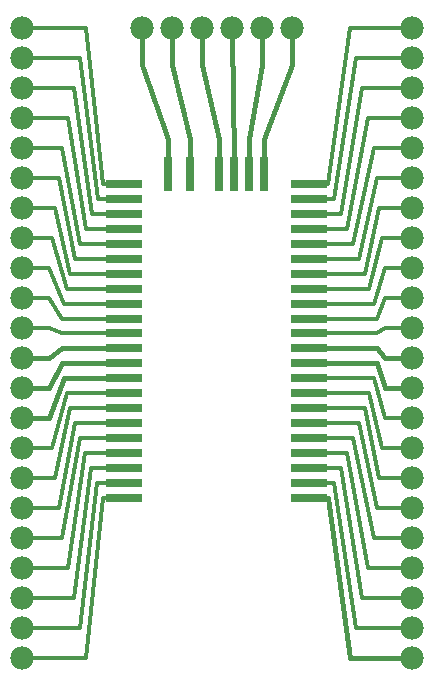
<source format=gtl>
G04 MADE WITH FRITZING*
G04 WWW.FRITZING.ORG*
G04 DOUBLE SIDED*
G04 HOLES PLATED*
G04 CONTOUR ON CENTER OF CONTOUR VECTOR*
%ASAXBY*%
%FSLAX23Y23*%
%MOIN*%
%OFA0B0*%
%SFA1.0B1.0*%
%ADD10C,0.078000*%
%ADD11R,0.119113X0.027432*%
%ADD12R,0.119113X0.027418*%
%ADD13R,0.027789X0.117580*%
%ADD14R,0.027803X0.117580*%
%ADD15C,0.012000*%
%ADD16C,0.016000*%
%LNCOPPER1*%
G90*
G70*
G54D10*
X1472Y2262D03*
X1472Y2162D03*
X1472Y2062D03*
X1472Y1962D03*
X1472Y1862D03*
X1472Y1762D03*
X1472Y1662D03*
X1472Y1562D03*
X1472Y1462D03*
X1472Y1362D03*
X1472Y1262D03*
X1472Y1162D03*
X1472Y1062D03*
X1472Y962D03*
X1472Y862D03*
X1472Y762D03*
X1472Y662D03*
X1472Y562D03*
X1472Y462D03*
X1472Y362D03*
X1472Y262D03*
X1472Y162D03*
X171Y2263D03*
X171Y2163D03*
X171Y2063D03*
X171Y1963D03*
X171Y1863D03*
X171Y1763D03*
X171Y1663D03*
X171Y1563D03*
X171Y1463D03*
X171Y1363D03*
X171Y1263D03*
X171Y1163D03*
X171Y1063D03*
X171Y963D03*
X171Y863D03*
X171Y763D03*
X171Y663D03*
X171Y563D03*
X171Y463D03*
X171Y363D03*
X171Y263D03*
X171Y163D03*
X1071Y2263D03*
X971Y2263D03*
X871Y2263D03*
X771Y2263D03*
X671Y2263D03*
X571Y2263D03*
G54D11*
X511Y1741D03*
X511Y1692D03*
X511Y1642D03*
X511Y1592D03*
X511Y1542D03*
X511Y1492D03*
X511Y1443D03*
X511Y1393D03*
X511Y1343D03*
X511Y1293D03*
X511Y1244D03*
X511Y1194D03*
G54D12*
X511Y1144D03*
X511Y1094D03*
X511Y1045D03*
X511Y995D03*
X511Y945D03*
X511Y895D03*
X511Y845D03*
X511Y796D03*
X511Y746D03*
X511Y696D03*
X1126Y696D03*
X1126Y746D03*
X1126Y796D03*
X1126Y845D03*
X1126Y895D03*
X1126Y945D03*
X1126Y995D03*
X1126Y1045D03*
X1126Y1094D03*
X1126Y1144D03*
G54D11*
X1126Y1194D03*
X1126Y1244D03*
X1126Y1293D03*
X1126Y1343D03*
X1126Y1393D03*
X1126Y1443D03*
X1126Y1492D03*
X1126Y1542D03*
X1126Y1592D03*
X1126Y1642D03*
X1126Y1692D03*
X1126Y1741D03*
G54D13*
X979Y1775D03*
X929Y1775D03*
X878Y1775D03*
G54D14*
X828Y1775D03*
G54D13*
X731Y1775D03*
X657Y1775D03*
G54D15*
X442Y1741D02*
X457Y1741D01*
D02*
X383Y2263D02*
X442Y1741D01*
D02*
X195Y2263D02*
X383Y2263D01*
D02*
X423Y1692D02*
X457Y1692D01*
D02*
X363Y2163D02*
X423Y1692D01*
D02*
X195Y2163D02*
X363Y2163D01*
D02*
X403Y1642D02*
X457Y1642D01*
D02*
X343Y2063D02*
X403Y1642D01*
D02*
X195Y2063D02*
X343Y2063D01*
D02*
X383Y1592D02*
X457Y1592D01*
D02*
X324Y1963D02*
X383Y1592D01*
D02*
X195Y1963D02*
X324Y1963D01*
D02*
X363Y1543D02*
X457Y1542D01*
D02*
X304Y1863D02*
X363Y1543D01*
D02*
X195Y1863D02*
X304Y1863D01*
D02*
X347Y1492D02*
X457Y1492D01*
D02*
X294Y1763D02*
X347Y1492D01*
D02*
X195Y1763D02*
X294Y1763D01*
D02*
X332Y1443D02*
X457Y1443D01*
D02*
X281Y1663D02*
X332Y1443D01*
D02*
X195Y1663D02*
X281Y1663D01*
D02*
X322Y1393D02*
X457Y1393D01*
D02*
X271Y1563D02*
X322Y1393D01*
D02*
X195Y1563D02*
X271Y1563D01*
D02*
X312Y1343D02*
X457Y1343D01*
D02*
X261Y1463D02*
X312Y1343D01*
D02*
X195Y1463D02*
X261Y1463D01*
D02*
X261Y1363D02*
X304Y1293D01*
D02*
X304Y1293D02*
X457Y1293D01*
D02*
X195Y1363D02*
X261Y1363D01*
D02*
X261Y1263D02*
X304Y1244D01*
D02*
X304Y1244D02*
X457Y1244D01*
D02*
X195Y1263D02*
X261Y1263D01*
G54D16*
D02*
X261Y1163D02*
X304Y1194D01*
D02*
X304Y1194D02*
X457Y1194D01*
D02*
X195Y1163D02*
X261Y1163D01*
D02*
X261Y1063D02*
X304Y1144D01*
D02*
X304Y1144D02*
X457Y1144D01*
D02*
X195Y1063D02*
X261Y1063D01*
D02*
X261Y963D02*
X312Y1094D01*
D02*
X312Y1094D02*
X457Y1094D01*
D02*
X195Y963D02*
X261Y963D01*
G54D15*
D02*
X271Y863D02*
X322Y1045D01*
D02*
X322Y1045D02*
X457Y1045D01*
D02*
X195Y863D02*
X271Y863D01*
D02*
X281Y763D02*
X332Y995D01*
D02*
X332Y995D02*
X457Y995D01*
D02*
X195Y763D02*
X281Y763D01*
D02*
X294Y663D02*
X347Y945D01*
D02*
X347Y945D02*
X457Y945D01*
D02*
X195Y663D02*
X294Y663D01*
D02*
X304Y563D02*
X363Y895D01*
D02*
X363Y895D02*
X457Y895D01*
D02*
X195Y563D02*
X304Y563D01*
D02*
X324Y463D02*
X382Y845D01*
D02*
X382Y845D02*
X457Y845D01*
D02*
X195Y463D02*
X324Y463D01*
D02*
X343Y363D02*
X402Y796D01*
D02*
X402Y796D02*
X457Y796D01*
D02*
X195Y363D02*
X343Y363D01*
D02*
X363Y263D02*
X422Y746D01*
D02*
X422Y746D02*
X457Y746D01*
D02*
X195Y263D02*
X363Y263D01*
D02*
X383Y163D02*
X442Y696D01*
D02*
X442Y696D02*
X457Y696D01*
D02*
X195Y163D02*
X383Y163D01*
D02*
X1191Y1741D02*
X1180Y1741D01*
D02*
X1264Y2262D02*
X1191Y1741D01*
D02*
X1447Y2262D02*
X1264Y2262D01*
D02*
X1211Y1692D02*
X1180Y1692D01*
D02*
X1283Y2162D02*
X1211Y1692D01*
D02*
X1447Y2162D02*
X1283Y2162D01*
D02*
X1234Y1642D02*
X1180Y1642D01*
D02*
X1303Y2062D02*
X1234Y1642D01*
D02*
X1447Y2062D02*
X1303Y2062D01*
D02*
X1254Y1592D02*
X1180Y1592D01*
D02*
X1323Y1962D02*
X1254Y1592D01*
D02*
X1447Y1962D02*
X1323Y1962D01*
D02*
X1273Y1542D02*
X1180Y1542D01*
D02*
X1343Y1862D02*
X1273Y1542D01*
D02*
X1447Y1862D02*
X1343Y1862D01*
D02*
X1293Y1492D02*
X1180Y1492D01*
D02*
X1353Y1762D02*
X1293Y1492D01*
D02*
X1447Y1762D02*
X1353Y1762D01*
D02*
X1313Y1443D02*
X1180Y1443D01*
D02*
X1362Y1662D02*
X1313Y1443D01*
D02*
X1447Y1662D02*
X1362Y1662D01*
D02*
X1326Y1393D02*
X1180Y1393D01*
D02*
X1372Y1562D02*
X1326Y1393D01*
D02*
X1447Y1562D02*
X1372Y1562D01*
D02*
X1343Y1343D02*
X1180Y1343D01*
D02*
X1382Y1462D02*
X1343Y1343D01*
D02*
X1447Y1462D02*
X1382Y1462D01*
D02*
X1353Y1293D02*
X1180Y1293D01*
D02*
X1382Y1362D02*
X1353Y1293D01*
D02*
X1447Y1362D02*
X1382Y1362D01*
D02*
X1353Y1244D02*
X1180Y1244D01*
D02*
X1382Y1262D02*
X1353Y1244D01*
D02*
X1447Y1262D02*
X1382Y1262D01*
G54D16*
D02*
X1382Y1162D02*
X1353Y1194D01*
D02*
X1353Y1194D02*
X1180Y1194D01*
D02*
X1447Y1162D02*
X1382Y1162D01*
D02*
X1353Y1144D02*
X1180Y1144D01*
D02*
X1382Y1062D02*
X1353Y1144D01*
D02*
X1447Y1062D02*
X1382Y1062D01*
G54D15*
D02*
X1343Y1094D02*
X1180Y1094D01*
D02*
X1382Y962D02*
X1343Y1094D01*
D02*
X1447Y962D02*
X1382Y962D01*
D02*
X1326Y1045D02*
X1180Y1045D01*
D02*
X1372Y862D02*
X1326Y1045D01*
D02*
X1447Y862D02*
X1372Y862D01*
D02*
X1313Y995D02*
X1180Y995D01*
D02*
X1362Y762D02*
X1313Y995D01*
D02*
X1447Y762D02*
X1362Y762D01*
D02*
X1293Y945D02*
X1180Y945D01*
D02*
X1353Y662D02*
X1293Y945D01*
D02*
X1447Y662D02*
X1353Y662D01*
D02*
X1273Y895D02*
X1180Y895D01*
D02*
X1343Y562D02*
X1273Y895D01*
D02*
X1447Y562D02*
X1343Y562D01*
D02*
X1254Y845D02*
X1180Y845D01*
D02*
X1323Y462D02*
X1254Y845D01*
D02*
X1447Y462D02*
X1323Y462D01*
D02*
X1234Y796D02*
X1180Y796D01*
D02*
X1303Y362D02*
X1234Y796D01*
D02*
X1447Y362D02*
X1303Y362D01*
D02*
X1211Y746D02*
X1180Y746D01*
D02*
X1283Y262D02*
X1211Y746D01*
D02*
X1447Y262D02*
X1283Y262D01*
G54D16*
D02*
X1191Y696D02*
X1180Y696D01*
D02*
X1264Y162D02*
X1191Y696D01*
D02*
X1447Y162D02*
X1264Y162D01*
D02*
X657Y1892D02*
X657Y1828D01*
D02*
X571Y2140D02*
X657Y1892D01*
D02*
X571Y2239D02*
X571Y2140D01*
D02*
X731Y1892D02*
X731Y1828D01*
D02*
X671Y2140D02*
X731Y1892D01*
D02*
X671Y2239D02*
X671Y2140D01*
D02*
X828Y1892D02*
X828Y1828D01*
D02*
X771Y2140D02*
X828Y1892D01*
D02*
X771Y2239D02*
X771Y2140D01*
D02*
X872Y2239D02*
X877Y1828D01*
D02*
X929Y1892D02*
X929Y1828D01*
D02*
X971Y2140D02*
X929Y1892D01*
D02*
X971Y2239D02*
X971Y2140D01*
D02*
X979Y1892D02*
X979Y1828D01*
D02*
X1071Y2140D02*
X979Y1892D01*
D02*
X1071Y2239D02*
X1071Y2140D01*
G04 End of Copper1*
M02*
</source>
